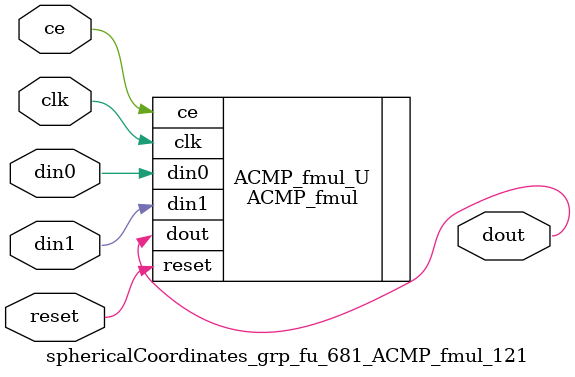
<source format=v>

`timescale 1 ns / 1 ps
module sphericalCoordinates_grp_fu_681_ACMP_fmul_121(
    clk,
    reset,
    ce,
    din0,
    din1,
    dout);

parameter ID = 32'd1;
parameter NUM_STAGE = 32'd1;
parameter din0_WIDTH = 32'd1;
parameter din1_WIDTH = 32'd1;
parameter dout_WIDTH = 32'd1;
input clk;
input reset;
input ce;
input[din0_WIDTH - 1:0] din0;
input[din1_WIDTH - 1:0] din1;
output[dout_WIDTH - 1:0] dout;



ACMP_fmul #(
.ID( ID ),
.NUM_STAGE( 4 ),
.din0_WIDTH( din0_WIDTH ),
.din1_WIDTH( din1_WIDTH ),
.dout_WIDTH( dout_WIDTH ))
ACMP_fmul_U(
    .clk( clk ),
    .reset( reset ),
    .ce( ce ),
    .din0( din0 ),
    .din1( din1 ),
    .dout( dout ));

endmodule

</source>
